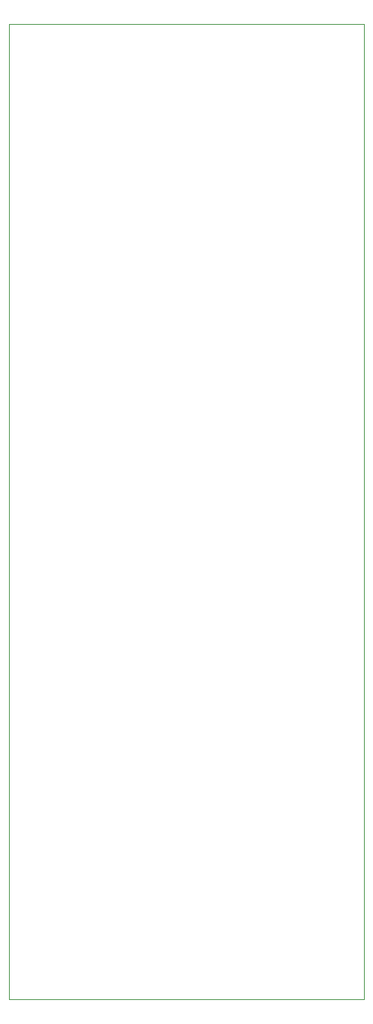
<source format=gbr>
G04 #@! TF.GenerationSoftware,KiCad,Pcbnew,5.1.4*
G04 #@! TF.CreationDate,2019-09-28T21:29:46+01:00*
G04 #@! TF.ProjectId,attenuverter_mixer,61747465-6e75-4766-9572-7465725f6d69,rev?*
G04 #@! TF.SameCoordinates,Original*
G04 #@! TF.FileFunction,Profile,NP*
%FSLAX46Y46*%
G04 Gerber Fmt 4.6, Leading zero omitted, Abs format (unit mm)*
G04 Created by KiCad (PCBNEW 5.1.4) date 2019-09-28 21:29:46*
%MOMM*%
%LPD*%
G04 APERTURE LIST*
%ADD10C,0.050000*%
G04 APERTURE END LIST*
D10*
X29972000Y-149987000D02*
X29972000Y-40005000D01*
X69977000Y-149987000D02*
X29972000Y-149987000D01*
X69977000Y-40005000D02*
X69977000Y-149987000D01*
X29972000Y-40005000D02*
X69977000Y-40005000D01*
M02*

</source>
